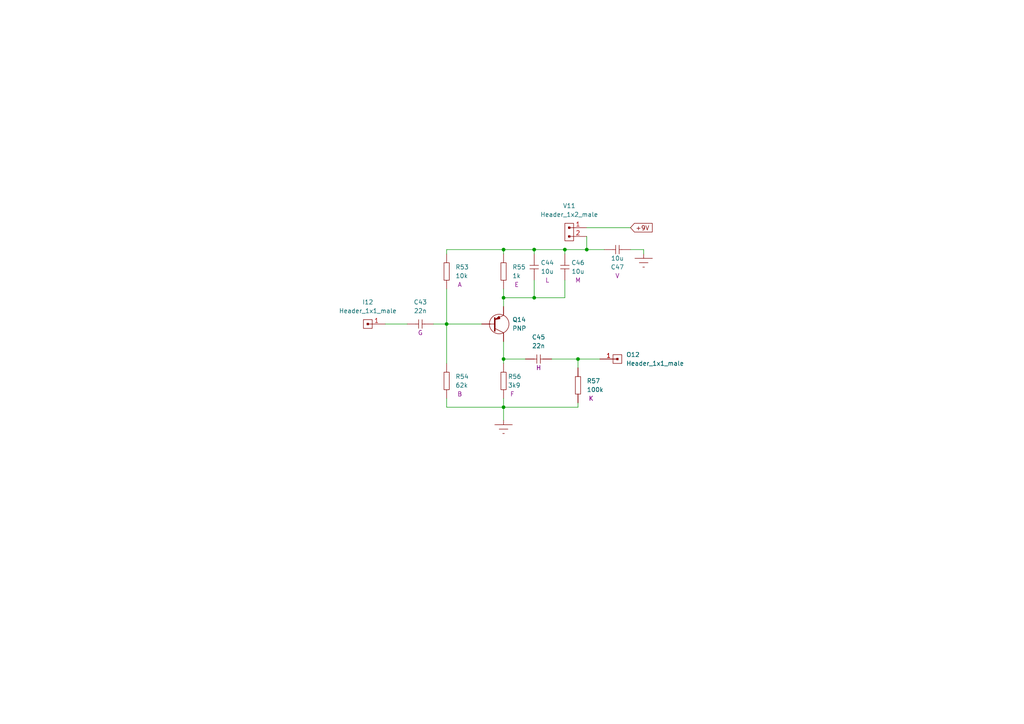
<source format=kicad_sch>
(kicad_sch (version 20211123) (generator eeschema)
  (paper "A4")
  (title_block (title "Treble boost") (date "2024-04-26") (rev "1") (company "https://github.com/dvhx/ultimate-soldering-exercise"))
  (lib_symbols
    (symbol "dvhx-kicad-library:C" (pin_numbers hide) (pin_names hide)
      (property "Reference" "C" (at 2.286 1.016 0))
      (property "Value" "C" (at 2.286 -1.27 0))
      (symbol "C_0_1"
        (polyline (pts (xy 0 -0.508) (xy 0 -1.27)))
        (polyline (pts (xy 0 1.27) (xy 0 0.508)))
        (polyline (pts (xy 1.27 -0.508) (xy -1.27 -0.508)))
        (polyline (pts (xy 1.27 0.508) (xy -1.27 0.508)))
      )
      (symbol "C_1_1"
        (pin passive line (at 0 3.81 270) (length 2.54) (name "1") (number "1"))
        (pin passive line (at 0 -3.81 90) (length 2.54) (name "2") (number "2"))
      )
    )
    (symbol "dvhx-kicad-library:GND" (power) (pin_numbers hide) (pin_names hide)
      (symbol "GND_0_1"
        (polyline (pts (xy -2.54 -1.27) (xy 2.54 -1.27)))
        (polyline (pts (xy -1.27 -2.54) (xy 1.27 -2.54)))
        (polyline (pts (xy -0.254 -3.81) (xy 0.254 -3.81)))
      )
      (symbol "GND_1_1"
        (pin power_in line (at 0 0 270) (length 1.27) (name "GND") (number "GND"))
      )
    )
    (symbol "dvhx-kicad-library:Header_1x1_male" (pin_names hide)
      (property "Reference" "J" (at -0.254 2.286 0))
      (property "Value" "Header_1x1_male" (at 0 4.191 0))
      (symbol "Header_1x1_male_0_1"
        (rectangle (start -1.27 1.27) (end 1.27 -1.27))
        (rectangle (start -0.254 0.254) (end 0.254 -0.254) (fill (type outline)))
      )
      (symbol "Header_1x1_male_1_1"
        (pin passive line (at -5.08 0 0) (length 5.08) (name "1") (number "1"))
      )
    )
    (symbol "dvhx-kicad-library:Header_1x2_male" (pin_names hide)
      (property "Reference" "J" (at -0.254 2.286 0))
      (property "Value" "Header_1x2_male" (at 0 4.191 0))
      (symbol "Header_1x2_male_0_1"
        (rectangle (start -1.27 1.27) (end 1.27 -3.81))
        (rectangle (start -0.254 -2.286) (end 0.254 -2.794) (fill (type outline)))
        (rectangle (start -0.254 0.254) (end 0.254 -0.254) (fill (type outline)))
      )
      (symbol "Header_1x2_male_1_1"
        (pin passive line (at -5.08 0 0) (length 5.08) (name "1") (number "1"))
        (pin passive line (at -5.08 -2.54 0) (length 5.08) (name "2") (number "2"))
      )
    )
    (symbol "dvhx-kicad-library:PNP" (pin_numbers hide) (pin_names hide)
      (property "Reference" "Q" (at 2.54 1.016 0))
      (property "Value" "PNP" (at 3.81 -1.016 0))
      (symbol "PNP_0_1"
        (circle (center -1.27 0) (radius 2.8398))
        (polyline (pts (xy -3.81 0) (xy -2.54 0)))
        (polyline (pts (xy -2.54 1.778) (xy -2.54 -2.032)) (stroke (width 0.4)))
        (polyline (pts (xy 0 -2.54) (xy -2.54 -1.27)))
        (polyline (pts (xy 0 2.54) (xy -2.54 1.27)))
        (polyline (pts (xy -2.54 1.27) (xy -1.27 2.286) (xy -1.016 1.524) (xy -2.54 1.27)) (fill (type outline)))
      )
      (symbol "PNP_1_1"
        (pin input line (at -6.35 0 0) (length 2.54) (name "B") (number "B"))
        (pin passive line (at 0 -5.08 90) (length 2.54) (name "C") (number "C"))
        (pin passive line (at 0 5.08 270) (length 2.54) (name "E") (number "E"))
      )
    )
    (symbol "dvhx-kicad-library:R" (pin_numbers hide) (pin_names hide)
      (property "Reference" "R" (at 2.032 1.016 0))
      (property "Value" "R" (at 2.032 -1.016 0))
      (symbol "R_0_1"
        (polyline (pts (xy -0.762 2.54) (xy 0.762 2.54) (xy 0.762 -2.54) (xy -0.762 -2.54) (xy -0.762 2.54)))
      )
      (symbol "R_1_1"
        (pin passive line (at 0 5.08 270) (length 2.54) (name "1") (number "1"))
        (pin passive line (at 0 -5.08 90) (length 2.54) (name "2") (number "2"))
      )
    )
  )
  (junction (at 154.94 86.36))
  (junction (at 129.54 93.98))
  (junction (at 146.05 86.36))
  (junction (at 146.05 118.11))
  (junction (at 146.05 72.39))
  (junction (at 163.83 72.39))
  (junction (at 146.05 104.14))
  (junction (at 167.64 104.14))
  (junction (at 170.18 72.39))
  (junction (at 154.94 72.39))
  (wire (pts (xy 163.83 72.39) (xy 163.83 73.66)))
  (wire (pts (xy 167.64 104.14) (xy 167.64 106.68)))
  (wire (pts (xy 146.05 104.14) (xy 146.05 105.41)))
  (wire (pts (xy 129.54 118.11) (xy 146.05 118.11)))
  (wire (pts (xy 129.54 83.82) (xy 129.54 93.98)))
  (wire (pts (xy 146.05 86.36) (xy 146.05 88.9)))
  (wire (pts (xy 146.05 118.11) (xy 146.05 121.92)))
  (wire (pts (xy 146.05 104.14) (xy 152.4 104.14)))
  (wire (pts (xy 186.69 72.39) (xy 186.69 73.66)))
  (wire (pts (xy 111.76 93.98) (xy 118.11 93.98)))
  (wire (pts (xy 170.18 72.39) (xy 170.18 68.58)))
  (wire (pts (xy 129.54 115.57) (xy 129.54 118.11)))
  (wire (pts (xy 129.54 93.98) (xy 139.7 93.98)))
  (wire (pts (xy 129.54 72.39) (xy 146.05 72.39)))
  (wire (pts (xy 154.94 86.36) (xy 163.83 86.36)))
  (wire (pts (xy 182.88 72.39) (xy 186.69 72.39)))
  (wire (pts (xy 146.05 118.11) (xy 167.64 118.11)))
  (wire (pts (xy 163.83 72.39) (xy 170.18 72.39)))
  (wire (pts (xy 125.73 93.98) (xy 129.54 93.98)))
  (wire (pts (xy 163.83 81.28) (xy 163.83 86.36)))
  (wire (pts (xy 129.54 73.66) (xy 129.54 72.39)))
  (wire (pts (xy 154.94 72.39) (xy 154.94 73.66)))
  (wire (pts (xy 146.05 73.66) (xy 146.05 72.39)))
  (wire (pts (xy 146.05 72.39) (xy 154.94 72.39)))
  (wire (pts (xy 182.88 66.04) (xy 170.18 66.04)))
  (wire (pts (xy 146.05 115.57) (xy 146.05 118.11)))
  (wire (pts (xy 154.94 81.28) (xy 154.94 86.36)))
  (wire (pts (xy 167.64 104.14) (xy 173.99 104.14)))
  (wire (pts (xy 154.94 72.39) (xy 163.83 72.39)))
  (wire (pts (xy 167.64 116.84) (xy 167.64 118.11)))
  (wire (pts (xy 170.18 72.39) (xy 175.26 72.39)))
  (wire (pts (xy 146.05 99.06) (xy 146.05 104.14)))
  (wire (pts (xy 146.05 86.36) (xy 154.94 86.36)))
  (wire (pts (xy 129.54 93.98) (xy 129.54 105.41)))
  (wire (pts (xy 160.02 104.14) (xy 167.64 104.14)))
  (wire (pts (xy 146.05 83.82) (xy 146.05 86.36)))
  (global_label "+9V" (shape input) (at 182.88 66.04 0) (property "Intersheet References" "${INTERSHEET_REFS}" (effects hide)))
  (symbol (lib_id "dvhx-kicad-library:GND") (at 186.69 73.66 0) (unit 1)
    (property "Reference" "#GND022" (effects hide))
    (property "Value" "GND" (effects hide))
  )
  (symbol (lib_id "dvhx-kicad-library:PNP") (at 146.05 93.98 0) (unit 1)
    (property "Reference" "Q14" (at 148.59 92.7099 0) (effects (justify left)))
    (property "Value" "PNP" (at 148.59 95.2499 0) (effects (justify left)))
    (property "Footprint" "dvhx-kicad-library:SOT23-BEC" (effects hide))
  )
  (symbol (lib_id "dvhx-kicad-library:Header_1x1_male") (at 106.68 93.98 180) (unit 1)
    (property "Reference" "I12" (at 106.68 87.63 0))
    (property "Value" "Header_1x1_male" (at 106.68 90.17 0))
    (property "Footprint" "dvhx-kicad-library:Header_1x1_male_upright" (effects hide))
  )
  (symbol (lib_id "dvhx-kicad-library:R") (at 146.05 110.49 0) (unit 1)
    (property "Reference" "R56" (at 147.32 109.22 0) (effects (justify left)))
    (property "Value" "3k9" (at 147.32 111.76 0) (effects (justify left)))
    (property "Footprint" "dvhx-kicad-library:Resistor_0805" (effects hide))
    (property "Field4" "F" (at 148.59 114.3 0))
  )
  (symbol (lib_id "dvhx-kicad-library:R") (at 146.05 78.74 0) (unit 1)
    (property "Reference" "R55" (at 148.59 77.4699 0) (effects (justify left)))
    (property "Value" "1k" (at 148.59 80.0099 0) (effects (justify left)))
    (property "Footprint" "dvhx-kicad-library:Resistor_0805" (effects hide))
    (property "Field4" "E" (at 149.86 82.55 0))
  )
  (symbol (lib_id "dvhx-kicad-library:C") (at 154.94 77.47 180) (unit 1)
    (property "Reference" "C44" (at 158.75 76.2 0))
    (property "Value" "10u" (at 158.75 78.74 0))
    (property "Footprint" "dvhx-kicad-library:Capacitor_0805" (effects hide))
    (property "Field4" "L" (at 158.75 81.28 0))
  )
  (symbol (lib_id "dvhx-kicad-library:C") (at 121.92 93.98 90) (unit 1)
    (property "Reference" "C43" (at 121.92 87.63 90))
    (property "Value" "22n" (at 121.92 90.17 90))
    (property "Footprint" "dvhx-kicad-library:Capacitor_0805" (effects hide))
    (property "Field4" "G" (at 121.92 96.52 90))
  )
  (symbol (lib_id "dvhx-kicad-library:Header_1x1_male") (at 179.07 104.14 0) (unit 1)
    (property "Reference" "O12" (at 181.61 102.8699 0) (effects (justify left)))
    (property "Value" "Header_1x1_male" (at 181.61 105.4099 0) (effects (justify left)))
    (property "Footprint" "dvhx-kicad-library:Header_1x1_male_upright" (effects hide))
  )
  (symbol (lib_id "dvhx-kicad-library:C") (at 163.83 77.47 180) (unit 1)
    (property "Reference" "C46" (at 167.64 76.2 0))
    (property "Value" "10u" (at 167.64 78.74 0))
    (property "Footprint" "dvhx-kicad-library:Capacitor_0805" (effects hide))
    (property "Field4" "M" (at 167.64 81.28 0))
  )
  (symbol (lib_id "dvhx-kicad-library:GND") (at 146.05 121.92 0) (unit 1)
    (property "Reference" "#GND021" (effects hide))
    (property "Value" "GND" (effects hide))
  )
  (symbol (lib_id "dvhx-kicad-library:C") (at 156.21 104.14 90) (unit 1)
    (property "Reference" "C45" (at 156.21 97.79 90))
    (property "Value" "22n" (at 156.21 100.33 90))
    (property "Footprint" "dvhx-kicad-library:Capacitor_0805" (effects hide))
    (property "Field4" "H" (at 156.21 106.68 90))
  )
  (symbol (lib_id "dvhx-kicad-library:R") (at 129.54 110.49 0) (unit 1)
    (property "Reference" "R54" (at 132.08 109.2199 0) (effects (justify left)))
    (property "Value" "62k" (at 132.08 111.7599 0) (effects (justify left)))
    (property "Footprint" "dvhx-kicad-library:Resistor_0805" (effects hide))
    (property "Field4" "B" (at 133.35 114.3 0))
  )
  (symbol (lib_id "dvhx-kicad-library:C") (at 179.07 72.39 270) (unit 1)
    (property "Reference" "C47" (at 179.07 77.47 90))
    (property "Value" "10u" (at 179.07 74.93 90))
    (property "Footprint" "dvhx-kicad-library:Capacitor_0805" (effects hide))
    (property "Field4" "V" (at 179.07 80.01 90))
  )
  (symbol (lib_id "dvhx-kicad-library:R") (at 167.64 111.76 0) (unit 1)
    (property "Reference" "R57" (at 170.18 110.4899 0) (effects (justify left)))
    (property "Value" "100k" (at 170.18 113.0299 0) (effects (justify left)))
    (property "Footprint" "dvhx-kicad-library:Resistor_0805" (effects hide))
    (property "Field4" "K" (at 171.45 115.57 0))
  )
  (symbol (lib_id "dvhx-kicad-library:R") (at 129.54 78.74 0) (unit 1)
    (property "Reference" "R53" (at 132.08 77.4699 0) (effects (justify left)))
    (property "Value" "10k" (at 132.08 80.0099 0) (effects (justify left)))
    (property "Footprint" "dvhx-kicad-library:Resistor_0805" (effects hide))
    (property "Field4" "A" (at 133.35 82.55 0))
  )
  (symbol (lib_id "dvhx-kicad-library:Header_1x2_male") (at 165.1 66.04 0) (mirror y) (unit 1)
    (property "Reference" "V11" (at 165.1 59.69 0))
    (property "Value" "Header_1x2_male" (at 165.1 62.23 0))
    (property "Footprint" "dvhx-kicad-library:Header_1x2_male_upright" (effects hide))
  )
)
</source>
